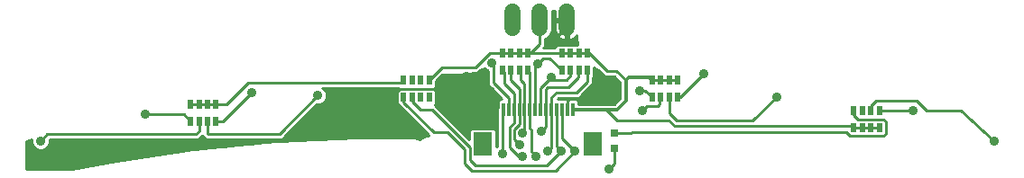
<source format=gtl>
G75*
%MOIN*%
%OFA0B0*%
%FSLAX25Y25*%
%IPPOS*%
%LPD*%
%AMOC8*
5,1,8,0,0,1.08239X$1,22.5*
%
%ADD10R,0.01181X0.05118*%
%ADD11R,0.07087X0.08661*%
%ADD12C,0.06000*%
%ADD13R,0.01969X0.03543*%
%ADD14R,0.03150X0.03150*%
%ADD15C,0.01000*%
%ADD16C,0.03569*%
%ADD17C,0.01200*%
D10*
X0191785Y0046392D03*
X0193754Y0046392D03*
X0195722Y0046392D03*
X0197691Y0046392D03*
X0199659Y0046392D03*
X0201628Y0046392D03*
X0203596Y0046392D03*
X0205565Y0046392D03*
X0207533Y0046392D03*
X0209502Y0046392D03*
X0211470Y0046392D03*
X0213439Y0046392D03*
X0215407Y0046392D03*
X0217376Y0046392D03*
D11*
X0224856Y0033596D03*
X0184305Y0033596D03*
D12*
X0195255Y0076599D02*
X0195255Y0082599D01*
X0205255Y0082599D02*
X0205255Y0076599D01*
X0215255Y0076599D02*
X0215255Y0082599D01*
D13*
X0216559Y0067209D03*
X0213409Y0067209D03*
X0219709Y0067209D03*
X0222858Y0067209D03*
X0222858Y0060909D03*
X0219709Y0060909D03*
X0216559Y0060909D03*
X0213409Y0060909D03*
X0200978Y0060909D03*
X0197829Y0060909D03*
X0194679Y0060909D03*
X0191530Y0060909D03*
X0191530Y0067209D03*
X0194679Y0067209D03*
X0197829Y0067209D03*
X0200978Y0067209D03*
X0164413Y0057209D03*
X0161264Y0057209D03*
X0158114Y0057209D03*
X0154965Y0057209D03*
X0154965Y0050909D03*
X0158114Y0050909D03*
X0161264Y0050909D03*
X0164413Y0050909D03*
X0085673Y0048459D03*
X0082524Y0048459D03*
X0079374Y0048459D03*
X0076224Y0048459D03*
X0076224Y0042159D03*
X0079374Y0042159D03*
X0082524Y0042159D03*
X0085673Y0042159D03*
X0246844Y0050909D03*
X0249994Y0050909D03*
X0253144Y0050909D03*
X0256293Y0050909D03*
X0256293Y0057209D03*
X0253144Y0057209D03*
X0249994Y0057209D03*
X0246844Y0057209D03*
X0321313Y0045969D03*
X0324463Y0045969D03*
X0327612Y0045969D03*
X0330762Y0045969D03*
X0330762Y0039669D03*
X0327612Y0039669D03*
X0324463Y0039669D03*
X0321313Y0039669D03*
D14*
X0232873Y0037765D03*
X0232873Y0031859D03*
D15*
X0015358Y0034790D02*
X0015358Y0024217D01*
X0032504Y0024217D01*
X0046962Y0027088D01*
X0077097Y0031553D01*
X0107415Y0034535D01*
X0137843Y0036028D01*
X0158991Y0036028D01*
X0160828Y0035266D01*
X0160850Y0035245D01*
X0161183Y0035578D01*
X0164235Y0036842D01*
X0164016Y0037061D01*
X0154136Y0046941D01*
X0154136Y0046941D01*
X0153439Y0047638D01*
X0153359Y0047638D01*
X0152480Y0048516D01*
X0152480Y0053302D01*
X0153237Y0054059D01*
X0152826Y0054470D01*
X0124896Y0054470D01*
X0125191Y0054348D01*
X0126115Y0053424D01*
X0126615Y0052217D01*
X0126615Y0050911D01*
X0126115Y0049704D01*
X0125191Y0048780D01*
X0123984Y0048280D01*
X0122875Y0048280D01*
X0111261Y0036666D01*
X0111261Y0036666D01*
X0110089Y0035494D01*
X0081833Y0035494D01*
X0081695Y0035632D01*
X0081695Y0035632D01*
X0080649Y0036678D01*
X0080331Y0036361D01*
X0079159Y0035189D01*
X0024159Y0035189D01*
X0024115Y0035145D01*
X0024115Y0034036D01*
X0023615Y0032829D01*
X0022691Y0031905D01*
X0021484Y0031405D01*
X0020177Y0031405D01*
X0018970Y0031905D01*
X0018046Y0032829D01*
X0017546Y0034036D01*
X0017546Y0035342D01*
X0017599Y0035469D01*
X0015358Y0034790D01*
X0015358Y0034765D02*
X0017546Y0034765D01*
X0017658Y0033766D02*
X0015358Y0033766D01*
X0015358Y0032768D02*
X0018107Y0032768D01*
X0019297Y0031769D02*
X0015358Y0031769D01*
X0015358Y0030771D02*
X0071820Y0030771D01*
X0079301Y0031769D02*
X0022364Y0031769D01*
X0023554Y0032768D02*
X0089453Y0032768D01*
X0099604Y0033766D02*
X0024003Y0033766D01*
X0024115Y0034765D02*
X0112108Y0034765D01*
X0110359Y0035763D02*
X0132460Y0035763D01*
X0114353Y0039757D02*
X0161320Y0039757D01*
X0162318Y0038759D02*
X0113354Y0038759D01*
X0112356Y0037760D02*
X0163317Y0037760D01*
X0164041Y0036762D02*
X0111357Y0036762D01*
X0109261Y0037494D02*
X0082661Y0037494D01*
X0082524Y0037632D01*
X0082524Y0042159D01*
X0085673Y0042159D02*
X0088301Y0042159D01*
X0098862Y0052720D01*
X0097612Y0056470D02*
X0089600Y0048459D01*
X0085673Y0048459D01*
X0082524Y0048459D01*
X0079374Y0048459D01*
X0076224Y0048459D01*
X0073695Y0044689D02*
X0059581Y0044689D01*
X0073695Y0044689D02*
X0076224Y0042159D01*
X0079374Y0042159D02*
X0079374Y0038232D01*
X0078331Y0037189D01*
X0023331Y0037189D01*
X0020831Y0034689D01*
X0015358Y0029772D02*
X0065080Y0029772D01*
X0058339Y0028774D02*
X0015358Y0028774D01*
X0015358Y0027775D02*
X0051599Y0027775D01*
X0045393Y0026777D02*
X0015358Y0026777D01*
X0015358Y0025778D02*
X0040367Y0025778D01*
X0035340Y0024780D02*
X0015358Y0024780D01*
X0079734Y0035763D02*
X0081564Y0035763D01*
X0109261Y0037494D02*
X0123331Y0051564D01*
X0126615Y0051740D02*
X0152480Y0051740D01*
X0152480Y0052738D02*
X0126399Y0052738D01*
X0125803Y0053737D02*
X0152915Y0053737D01*
X0153442Y0053981D02*
X0173523Y0053981D01*
X0178286Y0058744D01*
X0178664Y0059392D02*
X0180444Y0059869D01*
X0182240Y0059869D01*
X0183214Y0060843D01*
X0184928Y0061833D01*
X0185801Y0060960D01*
X0186286Y0060759D01*
X0186286Y0055416D01*
X0187458Y0054244D01*
X0191251Y0050451D01*
X0190574Y0050451D01*
X0189695Y0049572D01*
X0189695Y0047130D01*
X0189411Y0046846D01*
X0189411Y0032639D01*
X0189348Y0032576D01*
X0189348Y0038548D01*
X0188470Y0039427D01*
X0180140Y0039427D01*
X0179262Y0038548D01*
X0179262Y0035329D01*
X0166486Y0048105D01*
X0166898Y0048516D01*
X0166898Y0053302D01*
X0166141Y0054059D01*
X0166898Y0054816D01*
X0166898Y0056864D01*
X0169331Y0059298D01*
X0176697Y0059392D01*
X0178664Y0059392D01*
X0179917Y0059728D02*
X0186286Y0059728D01*
X0186286Y0060726D02*
X0183097Y0060726D01*
X0184741Y0061725D02*
X0185036Y0061725D01*
X0187661Y0063119D02*
X0188286Y0062494D01*
X0188286Y0056244D01*
X0193754Y0050777D01*
X0193754Y0046392D01*
X0195722Y0046392D02*
X0195800Y0046314D01*
X0195800Y0041566D01*
X0194071Y0039837D01*
X0194071Y0032334D01*
X0197036Y0029369D01*
X0199276Y0029369D01*
X0198956Y0029064D01*
X0202040Y0030980D02*
X0203956Y0029064D01*
X0202040Y0030980D02*
X0202040Y0039092D01*
X0201628Y0039504D01*
X0201628Y0046392D01*
X0201628Y0060260D01*
X0200978Y0060909D01*
X0198331Y0060407D02*
X0197829Y0060909D01*
X0198331Y0060407D02*
X0198331Y0057189D01*
X0199659Y0055860D01*
X0199659Y0046392D01*
X0199659Y0038518D01*
X0198956Y0037814D01*
X0195871Y0039092D02*
X0195871Y0035273D01*
X0197706Y0033439D01*
X0189411Y0033766D02*
X0189348Y0033766D01*
X0189348Y0032768D02*
X0189411Y0032768D01*
X0189348Y0034765D02*
X0189411Y0034765D01*
X0189411Y0035763D02*
X0189348Y0035763D01*
X0189348Y0036762D02*
X0189411Y0036762D01*
X0189411Y0037760D02*
X0189348Y0037760D01*
X0189411Y0038759D02*
X0189138Y0038759D01*
X0189411Y0039757D02*
X0174834Y0039757D01*
X0175832Y0038759D02*
X0179472Y0038759D01*
X0179262Y0037760D02*
X0176831Y0037760D01*
X0177829Y0036762D02*
X0179262Y0036762D01*
X0179262Y0035763D02*
X0178828Y0035763D01*
X0177654Y0031564D02*
X0171328Y0037890D01*
X0166016Y0037890D01*
X0154965Y0048941D01*
X0154965Y0050909D01*
X0152480Y0050741D02*
X0126545Y0050741D01*
X0126131Y0049743D02*
X0152480Y0049743D01*
X0152480Y0048744D02*
X0125105Y0048744D01*
X0122341Y0047746D02*
X0153251Y0047746D01*
X0154330Y0046747D02*
X0121342Y0046747D01*
X0120344Y0045749D02*
X0155329Y0045749D01*
X0156327Y0044750D02*
X0119345Y0044750D01*
X0118347Y0043752D02*
X0157326Y0043752D01*
X0158324Y0042753D02*
X0117348Y0042753D01*
X0116350Y0041755D02*
X0159323Y0041755D01*
X0160321Y0040756D02*
X0115351Y0040756D01*
X0140161Y0050619D02*
X0150080Y0050619D01*
X0153442Y0053981D01*
X0153734Y0056470D02*
X0154965Y0057209D01*
X0153734Y0056470D02*
X0097612Y0056470D01*
X0158114Y0050909D02*
X0158114Y0049206D01*
X0161076Y0046244D01*
X0165519Y0046244D01*
X0179454Y0032309D01*
X0179454Y0027577D01*
X0181411Y0025619D01*
X0208011Y0025619D01*
X0213331Y0030939D01*
X0211470Y0032799D01*
X0211470Y0046392D01*
X0209502Y0046392D02*
X0209580Y0047720D01*
X0209580Y0050938D01*
X0211381Y0052739D01*
X0218881Y0052739D01*
X0222858Y0056717D01*
X0222858Y0060909D01*
X0225343Y0060726D02*
X0227226Y0060726D01*
X0226894Y0061058D02*
X0228161Y0059791D01*
X0229333Y0058619D01*
X0232822Y0058619D01*
X0234981Y0056461D01*
X0234981Y0056319D01*
X0234981Y0050559D01*
X0232914Y0048492D01*
X0219467Y0048492D01*
X0219467Y0049572D01*
X0218588Y0050451D01*
X0215408Y0050451D01*
X0215408Y0049694D01*
X0215407Y0049694D01*
X0215407Y0050451D01*
X0211921Y0050451D01*
X0212209Y0050739D01*
X0219709Y0050739D01*
X0220881Y0051911D01*
X0224858Y0055888D01*
X0224858Y0058032D01*
X0225343Y0058516D01*
X0225343Y0061954D01*
X0226894Y0061058D01*
X0225739Y0061725D02*
X0225343Y0061725D01*
X0230161Y0060619D02*
X0233651Y0060619D01*
X0237081Y0057189D01*
X0234709Y0056732D02*
X0224858Y0056732D01*
X0224858Y0057731D02*
X0233711Y0057731D01*
X0229223Y0058729D02*
X0225343Y0058729D01*
X0225343Y0059728D02*
X0228224Y0059728D01*
X0230161Y0060619D02*
X0223572Y0067209D01*
X0222858Y0067209D01*
X0219709Y0067209D01*
X0216559Y0067209D01*
X0213409Y0067209D01*
X0200978Y0067209D01*
X0201751Y0067209D01*
X0205161Y0070619D01*
X0205161Y0079506D01*
X0205255Y0079599D01*
X0209755Y0079698D02*
X0214755Y0079698D01*
X0214755Y0080099D02*
X0214755Y0079099D01*
X0215755Y0079099D01*
X0215755Y0072122D01*
X0216308Y0072210D01*
X0216982Y0072429D01*
X0217613Y0072750D01*
X0218186Y0073167D01*
X0218687Y0073667D01*
X0218841Y0073879D01*
X0218841Y0072367D01*
X0219347Y0070480D01*
X0211804Y0070480D01*
X0210925Y0069602D01*
X0210925Y0069209D01*
X0206579Y0069209D01*
X0207161Y0069791D01*
X0207161Y0072518D01*
X0207804Y0072784D01*
X0209069Y0074050D01*
X0209755Y0075704D01*
X0209755Y0083014D01*
X0210764Y0083014D01*
X0210755Y0082953D01*
X0210755Y0080099D01*
X0214755Y0080099D01*
X0215255Y0079599D02*
X0215255Y0076962D01*
X0208911Y0070619D01*
X0207161Y0070711D02*
X0219285Y0070711D01*
X0219017Y0071710D02*
X0207161Y0071710D01*
X0207621Y0072708D02*
X0212978Y0072708D01*
X0212896Y0072750D02*
X0213527Y0072429D01*
X0214201Y0072210D01*
X0214755Y0072122D01*
X0214755Y0079099D01*
X0210755Y0079099D01*
X0210755Y0076245D01*
X0210865Y0075545D01*
X0211084Y0074872D01*
X0211406Y0074241D01*
X0211822Y0073667D01*
X0212323Y0073167D01*
X0212896Y0072750D01*
X0211794Y0073707D02*
X0208726Y0073707D01*
X0209341Y0074705D02*
X0211169Y0074705D01*
X0210840Y0075704D02*
X0209755Y0075704D01*
X0209755Y0076702D02*
X0210755Y0076702D01*
X0210755Y0077701D02*
X0209755Y0077701D01*
X0209755Y0078699D02*
X0210755Y0078699D01*
X0214755Y0078699D02*
X0215755Y0078699D01*
X0215755Y0077701D02*
X0214755Y0077701D01*
X0214755Y0076702D02*
X0215755Y0076702D01*
X0215755Y0075704D02*
X0214755Y0075704D01*
X0214755Y0074705D02*
X0215755Y0074705D01*
X0215755Y0073707D02*
X0214755Y0073707D01*
X0214755Y0072708D02*
X0215755Y0072708D01*
X0217531Y0072708D02*
X0218841Y0072708D01*
X0218841Y0073707D02*
X0218716Y0073707D01*
X0211036Y0069713D02*
X0207084Y0069713D01*
X0200978Y0067209D02*
X0197829Y0067209D01*
X0194679Y0067209D01*
X0191530Y0067209D01*
X0186751Y0067209D01*
X0181411Y0061869D01*
X0169074Y0061869D01*
X0164413Y0057209D01*
X0166898Y0056732D02*
X0186286Y0056732D01*
X0186286Y0055734D02*
X0166898Y0055734D01*
X0166817Y0054735D02*
X0186967Y0054735D01*
X0187965Y0053737D02*
X0166463Y0053737D01*
X0166898Y0052738D02*
X0188964Y0052738D01*
X0189962Y0051740D02*
X0166898Y0051740D01*
X0166898Y0050741D02*
X0190961Y0050741D01*
X0189865Y0049743D02*
X0166898Y0049743D01*
X0166898Y0048744D02*
X0189695Y0048744D01*
X0189695Y0047746D02*
X0166846Y0047746D01*
X0167844Y0046747D02*
X0189411Y0046747D01*
X0189411Y0045749D02*
X0168843Y0045749D01*
X0169841Y0044750D02*
X0189411Y0044750D01*
X0189411Y0043752D02*
X0170840Y0043752D01*
X0171838Y0042753D02*
X0189411Y0042753D01*
X0189411Y0041755D02*
X0172837Y0041755D01*
X0173835Y0040756D02*
X0189411Y0040756D01*
X0195871Y0039092D02*
X0197691Y0040911D01*
X0197691Y0046392D01*
X0197691Y0054079D01*
X0194581Y0057189D01*
X0194581Y0060811D01*
X0194679Y0060909D01*
X0192081Y0060358D02*
X0191530Y0060909D01*
X0192081Y0060358D02*
X0192081Y0055939D01*
X0194031Y0053989D01*
X0194076Y0053989D01*
X0195722Y0052343D01*
X0195722Y0046392D01*
X0195722Y0044581D01*
X0191785Y0046392D02*
X0191411Y0046018D01*
X0191411Y0029994D01*
X0177654Y0031564D02*
X0177654Y0026252D01*
X0180161Y0023744D01*
X0211136Y0023744D01*
X0218331Y0030939D01*
X0213439Y0035831D01*
X0213439Y0046392D01*
X0215407Y0046392D02*
X0215476Y0046460D01*
X0215476Y0049480D01*
X0216247Y0050251D01*
X0226668Y0050251D01*
X0227036Y0050619D01*
X0233166Y0048744D02*
X0219467Y0048744D01*
X0219296Y0049743D02*
X0234164Y0049743D01*
X0234981Y0050741D02*
X0219711Y0050741D01*
X0220710Y0051740D02*
X0234981Y0051740D01*
X0234981Y0052738D02*
X0221708Y0052738D01*
X0222707Y0053737D02*
X0234981Y0053737D01*
X0234981Y0054735D02*
X0223705Y0054735D01*
X0224704Y0055734D02*
X0234981Y0055734D01*
X0242081Y0053439D02*
X0244315Y0053439D01*
X0246844Y0050909D01*
X0249581Y0050496D02*
X0249994Y0050909D01*
X0249581Y0050496D02*
X0249581Y0048439D01*
X0248744Y0047602D01*
X0244994Y0047602D01*
X0243331Y0045939D01*
X0253144Y0044876D02*
X0255831Y0042189D01*
X0283956Y0042189D01*
X0292706Y0050939D01*
X0321313Y0045969D02*
X0321313Y0044320D01*
X0322893Y0042741D01*
X0332285Y0042741D01*
X0333046Y0041979D01*
X0333046Y0037359D01*
X0332285Y0036598D01*
X0319790Y0036598D01*
X0318498Y0037890D01*
X0239153Y0037890D01*
X0239028Y0037765D01*
X0232873Y0037765D01*
X0233911Y0042494D02*
X0252980Y0042494D01*
X0255085Y0040389D01*
X0320593Y0040389D01*
X0321313Y0039669D01*
X0324463Y0039669D01*
X0327612Y0039669D01*
X0330762Y0039669D01*
X0330762Y0045969D02*
X0342051Y0045969D01*
X0343331Y0045939D01*
X0344581Y0049689D02*
X0348331Y0045939D01*
X0360831Y0045939D01*
X0373331Y0034689D01*
X0327612Y0045969D02*
X0327612Y0047720D01*
X0329581Y0049689D01*
X0344581Y0049689D01*
X0265831Y0059689D02*
X0257051Y0050909D01*
X0256293Y0050909D01*
X0253144Y0050909D02*
X0253144Y0044876D01*
X0233911Y0042494D02*
X0230014Y0046392D01*
X0217376Y0046392D01*
X0209502Y0046392D02*
X0209502Y0032110D01*
X0208331Y0030939D01*
X0230786Y0024369D02*
X0232827Y0026409D01*
X0232827Y0031564D01*
X0232873Y0031610D01*
X0232873Y0031859D01*
X0207533Y0040142D02*
X0205831Y0038439D01*
X0207533Y0040142D02*
X0207533Y0046392D01*
X0207533Y0053892D01*
X0208331Y0054689D01*
X0215831Y0054689D01*
X0219581Y0058439D01*
X0219581Y0060781D01*
X0219709Y0060909D01*
X0216559Y0060909D02*
X0216559Y0058892D01*
X0215161Y0057494D01*
X0210526Y0057494D01*
X0209581Y0058439D01*
X0207631Y0056489D01*
X0207585Y0056489D01*
X0205565Y0054469D01*
X0205565Y0046392D01*
X0203596Y0046392D02*
X0203596Y0062455D01*
X0204581Y0063439D01*
X0206550Y0065409D01*
X0208861Y0065409D01*
X0213360Y0060909D01*
X0213409Y0060909D01*
X0187661Y0063119D02*
X0187661Y0063744D01*
X0186286Y0058729D02*
X0168762Y0058729D01*
X0167764Y0057731D02*
X0186286Y0057731D01*
X0215407Y0049743D02*
X0215408Y0049743D01*
X0215407Y0049694D02*
X0215407Y0049694D01*
X0246844Y0057209D02*
X0249994Y0057209D01*
X0253144Y0057209D01*
X0256293Y0057209D01*
X0161630Y0035763D02*
X0159628Y0035763D01*
X0179171Y0024689D02*
X0179217Y0024689D01*
X0180161Y0023744D01*
X0209755Y0080696D02*
X0210755Y0080696D01*
X0210755Y0081695D02*
X0209755Y0081695D01*
X0209755Y0082693D02*
X0210755Y0082693D01*
D16*
X0208911Y0070619D03*
X0204581Y0063439D03*
X0187661Y0063744D03*
X0178286Y0058744D03*
X0209581Y0058439D03*
X0227036Y0050619D03*
X0242081Y0053439D03*
X0243331Y0045939D03*
X0205831Y0038439D03*
X0198956Y0037814D03*
X0197706Y0033439D03*
X0208331Y0030939D03*
X0213331Y0030939D03*
X0218331Y0030939D03*
X0203956Y0029064D03*
X0198956Y0029064D03*
X0191411Y0029994D03*
X0230786Y0024369D03*
X0140161Y0050619D03*
X0123331Y0051564D03*
X0098862Y0052720D03*
X0059581Y0044689D03*
X0020831Y0034689D03*
X0265831Y0059689D03*
X0292706Y0050939D03*
X0343331Y0045939D03*
X0373331Y0034689D03*
D17*
X0246844Y0057209D02*
X0245614Y0058439D01*
X0238331Y0058439D01*
X0237081Y0057189D01*
X0237081Y0049689D01*
X0233783Y0046392D01*
X0217376Y0046392D01*
M02*

</source>
